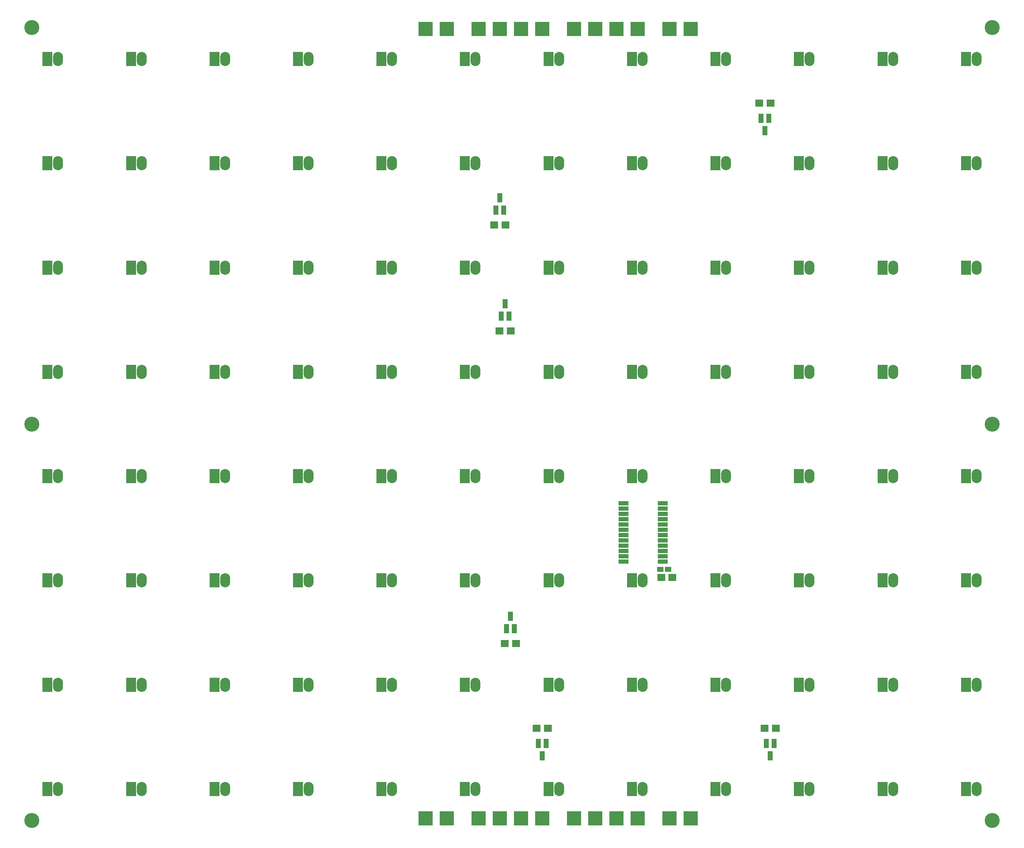
<source format=gbs>
G04 #@! TF.FileFunction,Soldermask,Bot*
%FSLAX46Y46*%
G04 Gerber Fmt 4.6, Leading zero omitted, Abs format (unit mm)*
G04 Created by KiCad (PCBNEW 4.0.7-e2-6376~58~ubuntu17.04.1) date Sun Oct 22 18:17:48 2017*
%MOMM*%
%LPD*%
G01*
G04 APERTURE LIST*
%ADD10C,0.100000*%
%ADD11R,3.400000X3.400000*%
%ADD12R,1.200000X2.300000*%
%ADD13R,1.900000X1.700000*%
%ADD14R,2.400000X3.400000*%
%ADD15O,2.400000X3.400000*%
%ADD16R,1.600000X1.150000*%
%ADD17C,3.600000*%
%ADD18R,2.400000X1.000000*%
G04 APERTURE END LIST*
D10*
D11*
X127000000Y-209550000D03*
X132080000Y-209550000D03*
X137160000Y-209550000D03*
X142240000Y-209550000D03*
X172720000Y-20320000D03*
X160020000Y-209550000D03*
X154940000Y-209550000D03*
X160020000Y-20320000D03*
X149860000Y-209550000D03*
X177800000Y-20320000D03*
D12*
X133030000Y-63730000D03*
X131130000Y-63730000D03*
X132080000Y-60730000D03*
X134300000Y-89130000D03*
X132400000Y-89130000D03*
X133350000Y-86130000D03*
X135570000Y-164060000D03*
X133670000Y-164060000D03*
X134620000Y-161060000D03*
X141290000Y-191540000D03*
X143190000Y-191540000D03*
X142240000Y-194540000D03*
X194630000Y-41680000D03*
X196530000Y-41680000D03*
X195580000Y-44680000D03*
X195900000Y-191540000D03*
X197800000Y-191540000D03*
X196850000Y-194540000D03*
D13*
X130730000Y-67310000D03*
X133430000Y-67310000D03*
X132000000Y-92710000D03*
X134700000Y-92710000D03*
X133270000Y-167640000D03*
X135970000Y-167640000D03*
X143590000Y-187960000D03*
X140890000Y-187960000D03*
X196930000Y-38100000D03*
X194230000Y-38100000D03*
X170735000Y-151765000D03*
X173435000Y-151765000D03*
X198200000Y-187960000D03*
X195500000Y-187960000D03*
D14*
X23730000Y-27500000D03*
D15*
X26270000Y-27500000D03*
D14*
X43730000Y-27500000D03*
D15*
X46270000Y-27500000D03*
D14*
X63730000Y-27500000D03*
D15*
X66270000Y-27500000D03*
D14*
X83730000Y-27500000D03*
D15*
X86270000Y-27500000D03*
D14*
X103730000Y-27500000D03*
D15*
X106270000Y-27500000D03*
D14*
X123730000Y-27500000D03*
D15*
X126270000Y-27500000D03*
D14*
X143730000Y-27500000D03*
D15*
X146270000Y-27500000D03*
D14*
X163730000Y-27500000D03*
D15*
X166270000Y-27500000D03*
D14*
X23730000Y-52500000D03*
D15*
X26270000Y-52500000D03*
D14*
X43730000Y-52500000D03*
D15*
X46270000Y-52500000D03*
D14*
X63730000Y-52500000D03*
D15*
X66270000Y-52500000D03*
D14*
X83730000Y-52500000D03*
D15*
X86270000Y-52500000D03*
D14*
X103730000Y-52500000D03*
D15*
X106270000Y-52500000D03*
D14*
X123730000Y-52500000D03*
D15*
X126270000Y-52500000D03*
D14*
X143730000Y-52500000D03*
D15*
X146270000Y-52500000D03*
D14*
X163730000Y-52500000D03*
D15*
X166270000Y-52500000D03*
D14*
X23730000Y-77500000D03*
D15*
X26270000Y-77500000D03*
D14*
X43730000Y-77500000D03*
D15*
X46270000Y-77500000D03*
D14*
X63730000Y-77500000D03*
D15*
X66270000Y-77500000D03*
D14*
X83730000Y-77500000D03*
D15*
X86270000Y-77500000D03*
D14*
X103730000Y-77500000D03*
D15*
X106270000Y-77500000D03*
D14*
X123730000Y-77500000D03*
D15*
X126270000Y-77500000D03*
D14*
X143730000Y-77500000D03*
D15*
X146270000Y-77500000D03*
D14*
X163730000Y-77500000D03*
D15*
X166270000Y-77500000D03*
D14*
X23730000Y-102500000D03*
D15*
X26270000Y-102500000D03*
D14*
X43730000Y-102500000D03*
D15*
X46270000Y-102500000D03*
D14*
X63730000Y-102500000D03*
D15*
X66270000Y-102500000D03*
D14*
X83730000Y-102500000D03*
D15*
X86270000Y-102500000D03*
D14*
X103730000Y-102500000D03*
D15*
X106270000Y-102500000D03*
D14*
X123730000Y-102500000D03*
D15*
X126270000Y-102500000D03*
D14*
X143730000Y-102500000D03*
D15*
X146270000Y-102500000D03*
D14*
X163730000Y-102500000D03*
D15*
X166270000Y-102500000D03*
D14*
X23730000Y-127500000D03*
D15*
X26270000Y-127500000D03*
D14*
X43730000Y-127500000D03*
D15*
X46270000Y-127500000D03*
D14*
X63730000Y-127500000D03*
D15*
X66270000Y-127500000D03*
D14*
X83730000Y-127500000D03*
D15*
X86270000Y-127500000D03*
D14*
X103730000Y-127500000D03*
D15*
X106270000Y-127500000D03*
D14*
X123730000Y-127500000D03*
D15*
X126270000Y-127500000D03*
D14*
X143730000Y-127500000D03*
D15*
X146270000Y-127500000D03*
D14*
X163730000Y-127500000D03*
D15*
X166270000Y-127500000D03*
D14*
X23730000Y-152500000D03*
D15*
X26270000Y-152500000D03*
D14*
X43730000Y-152500000D03*
D15*
X46270000Y-152500000D03*
D14*
X63730000Y-152500000D03*
D15*
X66270000Y-152500000D03*
D14*
X83730000Y-152500000D03*
D15*
X86270000Y-152500000D03*
D14*
X103730000Y-152500000D03*
D15*
X106270000Y-152500000D03*
D14*
X123730000Y-152500000D03*
D15*
X126270000Y-152500000D03*
D14*
X143730000Y-152500000D03*
D15*
X146270000Y-152500000D03*
D14*
X163730000Y-152500000D03*
D15*
X166270000Y-152500000D03*
D14*
X23730000Y-177500000D03*
D15*
X26270000Y-177500000D03*
D14*
X43730000Y-177500000D03*
D15*
X46270000Y-177500000D03*
D14*
X63730000Y-177500000D03*
D15*
X66270000Y-177500000D03*
D14*
X83730000Y-177500000D03*
D15*
X86270000Y-177500000D03*
D14*
X103730000Y-177500000D03*
D15*
X106270000Y-177500000D03*
D14*
X123730000Y-177500000D03*
D15*
X126270000Y-177500000D03*
D14*
X143730000Y-177500000D03*
D15*
X146270000Y-177500000D03*
D14*
X163730000Y-177500000D03*
D15*
X166270000Y-177500000D03*
D14*
X23730000Y-202500000D03*
D15*
X26270000Y-202500000D03*
D14*
X43730000Y-202500000D03*
D15*
X46270000Y-202500000D03*
D14*
X63730000Y-202500000D03*
D15*
X66270000Y-202500000D03*
D14*
X83730000Y-202500000D03*
D15*
X86270000Y-202500000D03*
D14*
X103730000Y-202500000D03*
D15*
X106270000Y-202500000D03*
D14*
X123730000Y-202500000D03*
D15*
X126270000Y-202500000D03*
D14*
X143730000Y-202500000D03*
D15*
X146270000Y-202500000D03*
D14*
X163730000Y-202500000D03*
D15*
X166270000Y-202500000D03*
D14*
X183730000Y-27500000D03*
D15*
X186270000Y-27500000D03*
D14*
X203730000Y-27500000D03*
D15*
X206270000Y-27500000D03*
D14*
X223730000Y-27500000D03*
D15*
X226270000Y-27500000D03*
D14*
X243730000Y-27500000D03*
D15*
X246270000Y-27500000D03*
D14*
X183730000Y-52500000D03*
D15*
X186270000Y-52500000D03*
D14*
X203730000Y-52500000D03*
D15*
X206270000Y-52500000D03*
D14*
X223730000Y-52500000D03*
D15*
X226270000Y-52500000D03*
D14*
X243730000Y-52500000D03*
D15*
X246270000Y-52500000D03*
D14*
X183730000Y-77500000D03*
D15*
X186270000Y-77500000D03*
D14*
X203730000Y-77500000D03*
D15*
X206270000Y-77500000D03*
D14*
X223730000Y-77500000D03*
D15*
X226270000Y-77500000D03*
D14*
X243730000Y-77500000D03*
D15*
X246270000Y-77500000D03*
D14*
X183730000Y-102500000D03*
D15*
X186270000Y-102500000D03*
D14*
X203730000Y-102500000D03*
D15*
X206270000Y-102500000D03*
D14*
X223730000Y-102500000D03*
D15*
X226270000Y-102500000D03*
D14*
X243730000Y-102500000D03*
D15*
X246270000Y-102500000D03*
D14*
X183730000Y-127500000D03*
D15*
X186270000Y-127500000D03*
D14*
X203730000Y-127500000D03*
D15*
X206270000Y-127500000D03*
D14*
X223730000Y-127500000D03*
D15*
X226270000Y-127500000D03*
D14*
X243730000Y-127500000D03*
D15*
X246270000Y-127500000D03*
D14*
X183730000Y-152500000D03*
D15*
X186270000Y-152500000D03*
D14*
X203730000Y-152500000D03*
D15*
X206270000Y-152500000D03*
D14*
X223730000Y-152500000D03*
D15*
X226270000Y-152500000D03*
D14*
X243730000Y-152500000D03*
D15*
X246270000Y-152500000D03*
D14*
X183730000Y-177500000D03*
D15*
X186270000Y-177500000D03*
D14*
X203730000Y-177500000D03*
D15*
X206270000Y-177500000D03*
D14*
X223730000Y-177500000D03*
D15*
X226270000Y-177500000D03*
D14*
X243730000Y-177500000D03*
D15*
X246270000Y-177500000D03*
D14*
X183730000Y-202500000D03*
D15*
X186270000Y-202500000D03*
D14*
X203730000Y-202500000D03*
D15*
X206270000Y-202500000D03*
D14*
X223730000Y-202500000D03*
D15*
X226270000Y-202500000D03*
D14*
X243730000Y-202500000D03*
D15*
X246270000Y-202500000D03*
D11*
X165100000Y-209550000D03*
X127000000Y-20320000D03*
X132080000Y-20320000D03*
X137160000Y-20320000D03*
X142240000Y-20320000D03*
X172720000Y-209550000D03*
X154940000Y-20320000D03*
X149860000Y-20320000D03*
X165100000Y-20320000D03*
X177800000Y-209550000D03*
X114300000Y-20320000D03*
X114300000Y-209550000D03*
X119380000Y-209550000D03*
X119380000Y-20320000D03*
D16*
X172400000Y-149860000D03*
X170500000Y-149860000D03*
D17*
X250000000Y-20000000D03*
X250000000Y-210000000D03*
X20000000Y-210000000D03*
X20000000Y-20000000D03*
X250000000Y-115000000D03*
X20000000Y-115000000D03*
D18*
X161670000Y-147955000D03*
X161670000Y-146685000D03*
X161670000Y-145415000D03*
X161670000Y-144145000D03*
X161670000Y-142875000D03*
X161670000Y-141605000D03*
X161670000Y-140335000D03*
X161670000Y-139065000D03*
X161670000Y-137795000D03*
X161670000Y-136525000D03*
X161670000Y-135255000D03*
X161670000Y-133985000D03*
X171070000Y-133985000D03*
X171070000Y-135255000D03*
X171070000Y-136525000D03*
X171070000Y-137795000D03*
X171070000Y-139065000D03*
X171070000Y-140335000D03*
X171070000Y-141605000D03*
X171070000Y-142875000D03*
X171070000Y-144145000D03*
X171070000Y-145415000D03*
X171070000Y-146685000D03*
X171070000Y-147955000D03*
M02*

</source>
